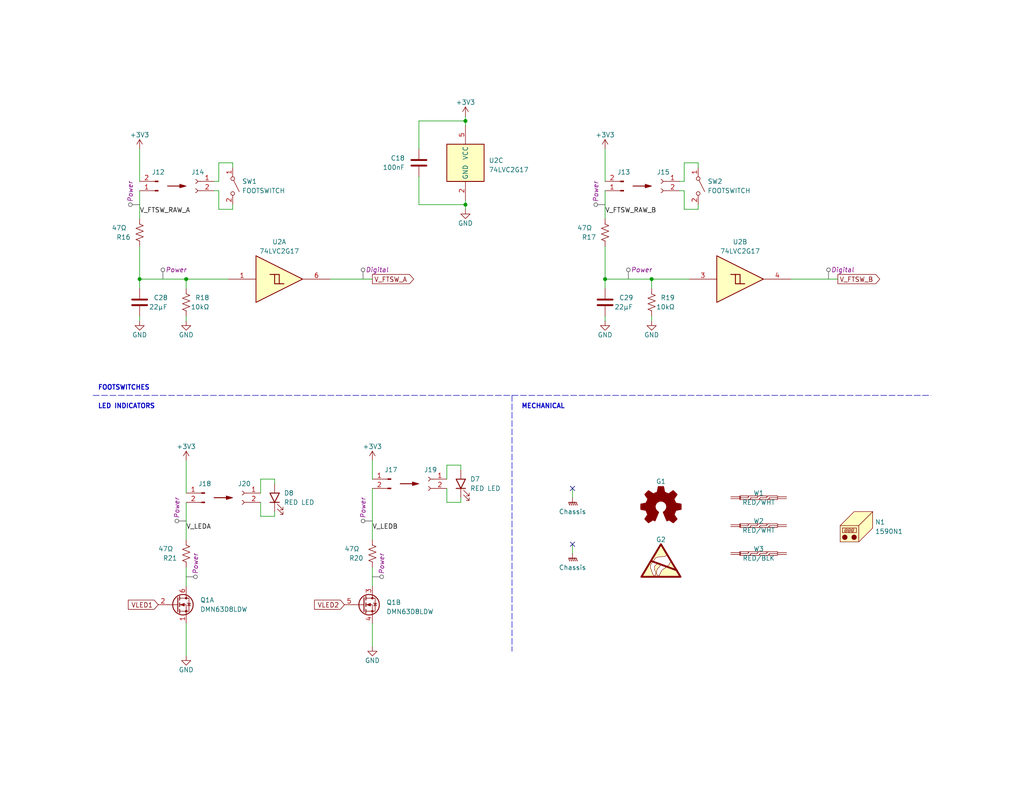
<source format=kicad_sch>
(kicad_sch (version 20230121) (generator eeschema)
  (paper "USLetter")
  (title_block (title "Baseboard") (date "2023-04-28") (rev "A") (company "Alessandro Rizzoni") (comment 1 "SCHEMATIC") (comment 2 "DRAFT") (comment 3 "AIR") (comment 5 "1: ALL COMPONENTS 25V RATING OR GREATER") (comment 6 "2: ALL RESISTORS LOW NOISE THIN FILM, 1% TOLERANCE OR SMALLER, 1/10W RATING OR GREATER") (comment 7 "3: ALL CAPACITORS MLCC, X5R OR X7R DIELECTRIC, 10% TOLERANCE OR SMALLER") (comment 8 "4: DO NOT POPULATE NOTE --TODO--") (comment 9 "5: PCB LAYOUT ACCORDING TO DATASHEET FOR ALL COMPONENTS"))
  (lib_symbols
    (symbol "74xGxx:74LVC2G17"
      (property "Reference" "U" (at -1.27 7.62 0))
      (property "Value" "74LVC2G17" (at 2.54 -7.62 0))
      (symbol "74LVC2G17_1_1"
        (polyline (pts (xy -2.54 1.27) (xy -1.27 1.27) (xy -1.27 -1.27)) (stroke (width 0.254)) (fill (type background)))
        (polyline (pts (xy -7.62 6.35) (xy -7.62 -6.35) (xy 5.08 0) (xy -7.62 6.35)) (stroke (width 0.254)) (fill (type background)))
        (polyline (pts (xy -3.81 1.27) (xy -2.54 1.27) (xy -2.54 -1.27) (xy 0 -1.27)) (stroke (width 0.254)) (fill (type background)))
        (pin input line (at -15.24 0 0) (length 7.62) (name "~") (number "1"))
        (pin output line (at 12.7 0 180) (length 7.62) (name "~") (number "6"))
      )
      (symbol "74LVC2G17_2_1"
        (polyline (pts (xy -2.54 1.27) (xy -1.27 1.27) (xy -1.27 -1.27)) (stroke (width 0.254)) (fill (type background)))
        (polyline (pts (xy -7.62 6.35) (xy -7.62 -6.35) (xy 5.08 0) (xy -7.62 6.35)) (stroke (width 0.254)) (fill (type background)))
        (polyline (pts (xy -3.81 1.27) (xy -2.54 1.27) (xy -2.54 -1.27) (xy 0 -1.27)) (stroke (width 0.254)) (fill (type background)))
        (pin input line (at -15.24 0 0) (length 7.62) (name "~") (number "3"))
        (pin output line (at 12.7 0 180) (length 7.62) (name "~") (number "4"))
      )
      (symbol "74LVC2G17_3_0"
        (rectangle (start -5.08 -5.08) (end 5.08 5.08) (stroke (width 0.254)) (fill (type background)))
      )
      (symbol "74LVC2G17_3_1"
        (pin power_in line (at 0 -10.16 90) (length 5.08) (name "GND") (number "2"))
        (pin power_in line (at 0 10.16 270) (length 5.08) (name "VCC") (number "5"))
      )
    )
    (symbol "Connector:Conn_01x02_Female" (pin_names (offset 1.016) hide)
      (property "Reference" "J" (at 0 2.54 0))
      (property "Value" "Conn_01x02_Female" (at 0 -5.08 0))
      (symbol "Conn_01x02_Female_1_1"
        (arc (start 0 -2.032) (mid -0.5058 -2.54) (end 0 -3.048) (stroke (width 0.1524)))
        (polyline (pts (xy -1.27 -2.54) (xy -0.508 -2.54)) (stroke (width 0.1524)))
        (polyline (pts (xy -1.27 0) (xy -0.508 0)) (stroke (width 0.1524)))
        (arc (start 0 0.508) (mid -0.5058 0) (end 0 -0.508) (stroke (width 0.1524)))
        (pin passive line (at -5.08 0 0) (length 3.81) (name "Pin_1") (number "1"))
        (pin passive line (at -5.08 -2.54 0) (length 3.81) (name "Pin_2") (number "2"))
      )
    )
    (symbol "Connector:Conn_01x02_Male" (pin_names (offset 1.016) hide)
      (property "Reference" "J" (at 0 2.54 0))
      (property "Value" "Conn_01x02_Male" (at 0 -5.08 0))
      (symbol "Conn_01x02_Male_1_1"
        (polyline (pts (xy 1.27 -2.54) (xy 0.8636 -2.54)) (stroke (width 0.1524)))
        (polyline (pts (xy 1.27 0) (xy 0.8636 0)) (stroke (width 0.1524)))
        (rectangle (start 0.8636 -2.413) (end 0 -2.667) (stroke (width 0.1524)) (fill (type outline)))
        (rectangle (start 0.8636 0.127) (end 0 -0.127) (stroke (width 0.1524)) (fill (type outline)))
        (pin passive line (at 5.08 0 180) (length 3.81) (name "Pin_1") (number "1"))
        (pin passive line (at 5.08 -2.54 180) (length 3.81) (name "Pin_2") (number "2"))
      )
    )
    (symbol "Device:C" (pin_numbers hide) (pin_names (offset 0.254))
      (property "Reference" "C" (at 0.635 2.54 0))
      (property "Value" "C" (at 0.635 -2.54 0))
      (symbol "C_0_1"
        (polyline (pts (xy -2.032 -0.762) (xy 2.032 -0.762)) (stroke (width 0.508)))
        (polyline (pts (xy -2.032 0.762) (xy 2.032 0.762)) (stroke (width 0.508)))
      )
      (symbol "C_1_1"
        (pin passive line (at 0 3.81 270) (length 2.794) (name "~") (number "1"))
        (pin passive line (at 0 -3.81 90) (length 2.794) (name "~") (number "2"))
      )
    )
    (symbol "Device:Q_Dual_NMOS_S1G1D2S2G2D1" (pin_names (offset 0) hide)
      (property "Reference" "Q" (at 6.35 1.27 0))
      (property "Value" "Q_Dual_NMOS_S1G1D2S2G2D1" (at 19.05 -1.27 0))
      (symbol "Q_Dual_NMOS_S1G1D2S2G2D1_0_1"
        (polyline (pts (xy 0.254 0) (xy -2.54 0)))
        (polyline (pts (xy 0.254 1.905) (xy 0.254 -1.905)) (stroke (width 0.254)))
        (polyline (pts (xy 0.762 -1.27) (xy 0.762 -2.286)) (stroke (width 0.254)))
        (polyline (pts (xy 0.762 0.508) (xy 0.762 -0.508)) (stroke (width 0.254)))
        (polyline (pts (xy 0.762 2.286) (xy 0.762 1.27)) (stroke (width 0.254)))
        (polyline (pts (xy 2.54 2.54) (xy 2.54 1.778)))
        (polyline (pts (xy 2.54 -2.54) (xy 2.54 0) (xy 0.762 0)))
        (polyline (pts (xy 0.762 -1.778) (xy 3.302 -1.778) (xy 3.302 1.778) (xy 0.762 1.778)))
        (polyline (pts (xy 1.016 0) (xy 2.032 0.381) (xy 2.032 -0.381) (xy 1.016 0)) (fill (type outline)))
        (polyline (pts (xy 2.794 0.508) (xy 2.921 0.381) (xy 3.683 0.381) (xy 3.81 0.254)))
        (polyline (pts (xy 3.302 0.381) (xy 2.921 -0.254) (xy 3.683 -0.254) (xy 3.302 0.381)))
        (circle (center 1.651 0) (radius 2.794) (stroke (width 0.254)))
        (circle (center 2.54 -1.778) (radius 0.254) (fill (type outline)))
        (circle (center 2.54 1.778) (radius 0.254) (fill (type outline)))
      )
      (symbol "Q_Dual_NMOS_S1G1D2S2G2D1_1_1"
        (pin passive line (at 2.54 -5.08 90) (length 2.54) (name "S") (number "1"))
        (pin input line (at -5.08 0 0) (length 2.54) (name "G") (number "2"))
        (pin passive line (at 2.54 5.08 270) (length 2.54) (name "D") (number "6"))
      )
      (symbol "Q_Dual_NMOS_S1G1D2S2G2D1_2_1"
        (pin passive line (at 2.54 5.08 270) (length 2.54) (name "D") (number "3"))
        (pin passive line (at 2.54 -5.08 90) (length 2.54) (name "S") (number "4"))
        (pin input line (at -5.08 0 0) (length 2.54) (name "G") (number "5"))
      )
    )
    (symbol "Device:R_US" (pin_numbers hide) (pin_names (offset 0))
      (property "Reference" "R" (at 2.54 0 90))
      (property "Value" "R_US" (at -2.54 0 90))
      (symbol "R_US_0_1"
        (polyline (pts (xy 0 -2.286) (xy 0 -2.54)))
        (polyline (pts (xy 0 2.286) (xy 0 2.54)))
        (polyline (pts (xy 0 -0.762) (xy 1.016 -1.143) (xy 0 -1.524) (xy -1.016 -1.905) (xy 0 -2.286)))
        (polyline (pts (xy 0 0.762) (xy 1.016 0.381) (xy 0 0) (xy -1.016 -0.381) (xy 0 -0.762)))
        (polyline (pts (xy 0 2.286) (xy 1.016 1.905) (xy 0 1.524) (xy -1.016 1.143) (xy 0 0.762)))
      )
      (symbol "R_US_1_1"
        (pin passive line (at 0 3.81 270) (length 1.27) (name "~") (number "1"))
        (pin passive line (at 0 -3.81 90) (length 1.27) (name "~") (number "2"))
      )
    )
    (symbol "Graphic:Logo_Open_Hardware_Small" (in_bom no) (on_board no)
      (symbol "Logo_Open_Hardware_Small_0_1"
        (polyline (pts (xy 3.3528 -4.3434) (xy 3.302 -4.318) (xy 3.175 -4.2418) (xy 2.9972 -4.1148) (xy 2.7686 -3.9624) (xy 2.54 -3.81) (xy 2.3622 -3.7084) (xy 2.2352 -3.6068) (xy 2.1844 -3.5814) (xy 2.159 -3.6068) (xy 2.0574 -3.6576) (xy 1.905 -3.7338) (xy 1.8034 -3.7846) (xy 1.6764 -3.8354) (xy 1.6002 -3.8354) (xy 1.6002 -3.8354) (xy 1.5494 -3.7338) (xy 1.4732 -3.5306) (xy 1.3462 -3.302) (xy 1.2446 -3.0226) (xy 1.1176 -2.7178) (xy 0.9652 -2.413) (xy 0.8636 -2.1082) (xy 0.7366 -1.8288) (xy 0.6604 -1.6256) (xy 0.6096 -1.4732) (xy 0.5842 -1.397) (xy 0.5842 -1.397) (xy 0.6604 -1.3208) (xy 0.7874 -1.2446) (xy 1.0414 -1.016) (xy 1.2954 -0.6858) (xy 1.4478 -0.3302) (xy 1.524 0.0762) (xy 1.4732 0.4572) (xy 1.3208 0.8128) (xy 1.0668 1.143) (xy 0.762 1.3716) (xy 0.4064 1.524) (xy 0 1.5748) (xy -0.381 1.5494) (xy -0.7366 1.397) (xy -1.0668 1.143) (xy -1.2192 0.9906) (xy -1.397 0.6604) (xy -1.524 0.3048) (xy -1.524 0.2286) (xy -1.4986 -0.1778) (xy -1.397 -0.5334) (xy -1.1938 -0.8636) (xy -0.9144 -1.143) (xy -0.8636 -1.1684) (xy -0.7366 -1.27) (xy -0.635 -1.3462) (xy -0.5842 -1.397) (xy -1.0668 -2.5908) (xy -1.143 -2.794) (xy -1.2954 -3.1242) (xy -1.397 -3.4036) (xy -1.4986 -3.6322) (xy -1.5748 -3.7846) (xy -1.6002 -3.8354) (xy -1.6002 -3.8354) (xy -1.651 -3.8354) (xy -1.7272 -3.81) (xy -1.905 -3.7338) (xy -2.0066 -3.683) (xy -2.1336 -3.6068) (xy -2.2098 -3.5814) (xy -2.2606 -3.6068) (xy -2.3622 -3.683) (xy -2.54 -3.81) (xy -2.7686 -3.9624) (xy -2.9718 -4.0894) (xy -3.1496 -4.2164) (xy -3.302 -4.318) (xy -3.3528 -4.3434) (xy -3.3782 -4.3434) (xy -3.429 -4.318) (xy -3.5306 -4.2164) (xy -3.7084 -4.064) (xy -3.937 -3.8354) (xy -3.9624 -3.81) (xy -4.1656 -3.6068) (xy -4.318 -3.4544) (xy -4.4196 -3.3274) (xy -4.445 -3.2766) (xy -4.445 -3.2766) (xy -4.4196 -3.2258) (xy -4.318 -3.0734) (xy -4.2164 -2.8956) (xy -4.064 -2.667) (xy -3.6576 -2.0828) (xy -3.8862 -1.5494) (xy -3.937 -1.3716) (xy -4.0386 -1.1684) (xy -4.0894 -1.0414) (xy -4.1148 -0.9652) (xy -4.191 -0.9398) (xy -4.318 -0.9144) (xy -4.5466 -0.8636) (xy -4.8006 -0.8128) (xy -5.0546 -0.7874) (xy -5.2578 -0.7366) (xy -5.4356 -0.7112) (xy -5.5118 -0.6858) (xy -5.5118 -0.6858) (xy -5.5372 -0.635) (xy -5.5372 -0.5588) (xy -5.5372 -0.4318) (xy -5.5626 -0.2286) (xy -5.5626 0.0762) (xy -5.5626 0.127) (xy -5.5372 0.4064) (xy -5.5372 0.635) (xy -5.5372 0.762) (xy -5.5372 0.8382) (xy -5.5372 0.8382) (xy -5.461 0.8382) (xy -5.3086 0.889) (xy -5.08 0.9144) (xy -4.826 0.9652) (xy -4.8006 0.9906) (xy -4.5466 1.0414) (xy -4.318 1.0668) (xy -4.1656 1.1176) (xy -4.0894 1.143) (xy -4.0894 1.143) (xy -4.0386 1.2446) (xy -3.9624 1.4224) (xy -3.8608 1.6256) (xy -3.7846 1.8288) (xy -3.7084 2.0066) (xy -3.6576 2.159) (xy -3.6322 2.2098) (xy -3.6322 2.2098) (xy -3.683 2.286) (xy -3.7592 2.413) (xy -3.8862 2.5908) (xy -4.064 2.8194) (xy -4.064 2.8448) (xy -4.2164 3.0734) (xy -4.3434 3.2512) (xy -4.4196 3.3782) (xy -4.445 3.4544) (xy -4.445 3.4544) (xy -4.3942 3.5052) (xy -4.2926 3.6322) (xy -4.1148 3.81) (xy -3.937 4.0132) (xy -3.8608 4.064) (xy -3.6576 4.2926) (xy -3.5052 4.4196) (xy -3.4036 4.4958) (xy -3.3528 4.5212) (xy -3.3528 4.5212) (xy -3.302 4.4704) (xy -3.1496 4.3688) (xy -2.9718 4.2418) (xy -2.7432 4.0894) (xy -2.7178 4.0894) (xy -2.4892 3.937) (xy -2.3114 3.81) (xy -2.1844 3.7084) (xy -2.1336 3.683) (xy -2.1082 3.683) (xy -2.032 3.7084) (xy -1.8542 3.7592) (xy -1.6764 3.8354) (xy -1.4732 3.937) (xy -1.27 4.0132) (xy -1.143 4.064) (xy -1.0668 4.1148) (xy -1.0668 4.1148) (xy -1.0414 4.191) (xy -1.016 4.3434) (xy -0.9652 4.572) (xy -0.9144 4.8514) (xy -0.889 4.9022) (xy -0.8382 5.1562) (xy -0.8128 5.3848) (xy -0.7874 5.5372) (xy -0.762 5.588) (xy -0.7112 5.6134) (xy -0.5842 5.6134) (xy -0.4064 5.6134) (xy -0.1524 5.6134) (xy 0.0762 5.6134) (xy 0.3302 5.6134) (xy 0.5334 5.6134) (xy 0.6858 5.588) (xy 0.7366 5.588) (xy 0.7366 5.588) (xy 0.762 5.5118) (xy 0.8128 5.334) (xy 0.8382 5.1054) (xy 0.9144 4.826) (xy 0.9144 4.7752) (xy 0.9652 4.5212) (xy 1.016 4.2926) (xy 1.0414 4.1402) (xy 1.0668 4.0894) (xy 1.0668 4.0894) (xy 1.1938 4.0386) (xy 1.3716 3.9624) (xy 1.5748 3.8608) (xy 2.0828 3.6576) (xy 2.7178 4.0894) (xy 2.7686 4.1402) (xy 2.9972 4.2926) (xy 3.175 4.4196) (xy 3.302 4.4958) (xy 3.3782 4.5212) (xy 3.3782 4.5212) (xy 3.429 4.4704) (xy 3.556 4.3434) (xy 3.7338 4.191) (xy 3.9116 3.9878) (xy 4.064 3.8354) (xy 4.2418 3.6576) (xy 4.3434 3.556) (xy 4.4196 3.4798) (xy 4.4196 3.429) (xy 4.4196 3.4036) (xy 4.3942 3.3274) (xy 4.2926 3.2004) (xy 4.1656 2.9972) (xy 4.0132 2.794) (xy 3.8862 2.5908) (xy 3.7592 2.3876) (xy 3.6576 2.2352) (xy 3.6322 2.159) (xy 3.6322 2.1336) (xy 3.683 2.0066) (xy 3.7592 1.8288) (xy 3.8608 1.6002) (xy 4.064 1.1176) (xy 4.3942 1.0414) (xy 4.5974 1.016) (xy 4.8768 0.9652) (xy 5.1308 0.9144) (xy 5.5372 0.8382) (xy 5.5626 -0.6604) (xy 5.4864 -0.6858) (xy 5.4356 -0.6858) (xy 5.2832 -0.7366) (xy 5.0546 -0.762) (xy 4.8006 -0.8128) (xy 4.5974 -0.8636) (xy 4.3688 -0.9144) (xy 4.2164 -0.9398) (xy 4.1402 -0.9398) (xy 4.1148 -0.9652) (xy 4.064 -1.0668) (xy 3.9878 -1.2446) (xy 3.9116 -1.4478) (xy 3.81 -1.651) (xy 3.7338 -1.8542) (xy 3.683 -2.0066) (xy 3.6576 -2.0828) (xy 3.683 -2.1336) (xy 3.7846 -2.2606) (xy 3.8862 -2.4638) (xy 4.0386 -2.667) (xy 4.191 -2.8956) (xy 4.318 -3.0734) (xy 4.3942 -3.2004) (xy 4.445 -3.2766) (xy 4.4196 -3.3274) (xy 4.3434 -3.429) (xy 4.1656 -3.5814) (xy 3.937 -3.8354) (xy 3.8862 -3.8608) (xy 3.683 -4.064) (xy 3.5306 -4.2164) (xy 3.4036 -4.318) (xy 3.3528 -4.3434)) (fill (type outline)))
      )
    )
    (symbol "Graphic:SYM_Arrow_Normal" (pin_names (offset 1.016))
      (symbol "SYM_Arrow_Normal_0_1"
        (polyline (pts (xy 1.524 0) (xy -2.54 0)) (stroke (width 0.254)))
        (polyline (pts (xy 2.54 0) (xy 0.762 -0.508) (xy 0.762 0.508) (xy 2.54 0)) (fill (type outline)))
      )
    )
    (symbol "Graphic:SYM_ESD_Large" (in_bom no) (on_board no)
      (symbol "SYM_ESD_Large_0_0"
        (polyline (pts (xy -2.667 -0.762) (xy 4.318 -3.302)) (stroke (width 0.508)))
        (polyline (pts (xy 0.4826 -5.1308) (xy 5.3848 -5.1308) (xy 5.3848 -5.1054) (xy 5.334 -5.0546) (xy 5.2832 -4.953) (xy 5.207 -4.826) (xy 5.0038 -4.4704) (xy 4.8768 -4.2672) (xy 4.7498 -4.0386) (xy 4.1402 -3.0226) (xy 3.9878 -2.7432) (xy 3.5306 -1.9812) (xy 3.4036 -1.7526) (xy 3.2766 -1.5494) (xy 3.1496 -1.3716) (xy 3.0734 -1.1938) (xy 2.9972 -1.0668) (xy 2.921 -0.9652) (xy 2.8956 -0.889) (xy 2.8448 -0.8382) (xy 2.8194 -0.8636) (xy 2.7686 -0.889) (xy 2.5908 -1.0668) (xy 2.4892 -1.2192) (xy 2.4638 -1.3462) (xy 2.413 -1.4224) (xy 2.3622 -1.5748) (xy 2.286 -1.7018) (xy 1.9812 -2.0066) (xy 1.8542 -2.1082) (xy 1.7018 -2.2352) (xy 1.5494 -2.3368) (xy 1.397 -2.4638) (xy 1.2192 -2.5908) (xy 1.0668 -2.7178) (xy 0.9144 -2.8194) (xy 0.8128 -2.8956) (xy 0.7112 -2.9464) (xy 0.6096 -3.0226) (xy 0.3556 -3.2258) (xy 0.254 -3.3528) (xy 0.1524 -3.5052) (xy 0.0508 -3.683) (xy -0.0762 -3.8862) (xy -0.2286 -4.2672) (xy -0.381 -4.572) (xy -0.5334 -4.7244) (xy -0.6096 -4.7752) (xy -0.635 -4.8006) (xy -0.8382 -4.8006) (xy -0.9144 -4.7752) (xy -1.016 -4.6736) (xy -1.0668 -4.5212) (xy -1.1176 -4.3434) (xy -1.143 -4.1148) (xy -1.143 -3.4544) (xy -1.0922 -3.2512) (xy -1.0414 -3.0734) (xy -0.9398 -2.921) (xy -0.8382 -2.794) (xy -0.381 -2.3368) (xy -0.3048 -2.2352) (xy -0.2032 -1.9812) (xy -0.1778 -1.9304) (xy -0.1524 -1.8288) (xy -0.127 -1.7526) (xy -0.127 -1.7272) (xy -0.2032 -1.651) (xy -0.254 -1.5748) (xy -0.3556 -1.524) (xy -0.4318 -1.4478) (xy -0.508 -1.397) (xy -0.5588 -1.3462) (xy -0.6096 -1.3462) (xy -0.6604 -1.3716) (xy -0.7366 -1.4224) (xy -0.8382 -1.4732) (xy -0.9652 -1.5494) (xy -1.0668 -1.6002) (xy -1.1684 -1.6764) (xy -1.3208 -1.778) (xy -1.6002 -2.0574) (xy -1.778 -2.2606) (xy -1.7272 -2.3876) (xy -1.7018 -2.4384) (xy -1.7018 -2.5146) (xy -1.6764 -2.5908) (xy -1.6764 -2.8702) (xy -1.7018 -2.9972) (xy -1.7272 -3.0734) (xy -1.7272 -3.0988) (xy -1.7526 -3.1496) (xy -1.7018 -3.2512) (xy -1.651 -3.3274) (xy -1.651 -3.3528) (xy -1.524 -3.6068) (xy -1.4478 -3.8608) (xy -1.4224 -4.1402) (xy -1.4224 -4.3434) (xy -1.4478 -4.4196) (xy -1.4732 -4.4704) (xy -1.4986 -4.5466) (xy -1.5748 -4.6736) (xy -1.6764 -4.7498) (xy -1.778 -4.8006) (xy -1.8796 -4.8006) (xy -1.9558 -4.7752) (xy -2.0066 -4.7244) (xy -2.0574 -4.6228) (xy -2.1336 -4.4958) (xy -2.2098 -4.318) (xy -2.3114 -4.0894) (xy -2.413 -3.8354) (xy -2.5146 -3.5306) (xy -2.5146 -3.5052) (xy -2.5654 -3.3528) (xy -2.6416 -3.2004) (xy -2.7432 -2.9464) (xy -2.7686 -2.921) (xy -2.8448 -2.6924) (xy -2.8956 -2.4638) (xy -2.8956 -2.2606) (xy -2.8448 -2.032) (xy -2.7686 -1.8034) (xy -2.7178 -1.7018) (xy -2.6162 -1.5494) (xy -2.5146 -1.3716) (xy -2.3622 -1.1938) (xy -2.2098 -0.9906) (xy -2.1082 -0.889) (xy -1.9558 -0.635) (xy -1.8796 -0.5334) (xy -1.8542 -0.508) (xy -1.7272 -0.2794) (xy -1.6002 -0.1016) (xy -1.4478 0.0508) (xy -1.3208 0.1524) (xy -1.1684 0.2032) (xy -1.1176 0.2286) (xy -0.9906 0.254) (xy -0.8128 0.3048) (xy -0.5842 0.3302) (xy -0.3302 0.3556) (xy -0.0254 0.381) (xy 0.0254 0.381) (xy 0.2794 0.4064) (xy 0.508 0.4318) (xy 0.6858 0.4318) (xy 0.8382 0.4572) (xy 0.9652 0.4826) (xy 1.0668 0.508) (xy 1.1684 0.5588) (xy 1.2446 0.5842) (xy 1.3208 0.635) (xy 1.524 0.7874) (xy 1.7272 0.9906) (xy 1.7272 1.0414) (xy 1.7018 1.0922) (xy 1.651 1.1684) (xy 1.6002 1.27) (xy 1.4986 1.4224) (xy 1.4224 1.6002) (xy 1.1684 2.0066) (xy 1.0414 2.2352) (xy 0.6604 2.8702) (xy 0.508 3.0988) (xy 0.4064 3.302) (xy 0.3048 3.4544) (xy 0.2286 3.5814) (xy 0.1524 3.683) (xy 0.1016 3.7592) (xy 0.0508 3.8608) (xy 0.0254 3.8862) (xy -0.0508 3.8862) (xy -0.0508 3.8608) (xy -0.127 3.7846) (xy -0.1524 3.7338) (xy -0.2032 3.6576) (xy -0.254 3.556) (xy -0.4064 3.302) (xy -0.508 3.1496) (xy -0.6096 2.9718) (xy -0.7366 2.7686) (xy -1.0414 2.2606) (xy -1.2192 1.9558) (xy -1.4224 1.6256) (xy -1.8796 0.8636) (xy -2.1336 0.4064) (xy -2.4384 -0.0762) (xy -2.7432 -0.6096) (xy -2.921 -0.889) (xy -3.429 -1.7526) (xy -3.6576 -2.159) (xy -3.8862 -2.54) (xy -4.1148 -2.8956) (xy -4.318 -3.2512) (xy -4.5212 -3.5814) (xy -4.6736 -3.8862) (xy -4.8514 -4.1402) (xy -4.9784 -4.3942) (xy -5.1054 -4.5974) (xy -5.2324 -4.7752) (xy -5.3594 -5.0292) (xy -5.4102 -5.1054) (xy -5.4102 -5.1308) (xy -0.7112 -5.1308) (xy -0.0254 -5.1562) (xy 0.4826 -5.1308)) (stroke (width 0.127)) (fill (type background)))
      )
      (symbol "SYM_ESD_Large_0_1"
        (polyline (pts (xy -5.334 -5.08) (xy 5.334 -5.08) (xy 0 3.81) (xy -5.334 -5.08)) (stroke (width 0.508)))
      )
    )
    (symbol "Library:Chassis" (pin_names (offset 0))
      (property "Value" "Chassis" (at 0 -3.302 0))
      (symbol "Chassis_0_1"
        (polyline (pts (xy 0 -1.27) (xy 0 0)))
        (polyline (pts (xy -1.016 -1.27) (xy -1.27 -2.032) (xy -1.27 -2.032)) (stroke (width 0.2032)))
        (polyline (pts (xy -0.508 -1.27) (xy -0.762 -2.032) (xy -0.762 -2.032)) (stroke (width 0.2032)))
        (polyline (pts (xy 0 -1.27) (xy -0.254 -2.032) (xy -0.254 -2.032)) (stroke (width 0.2032)))
        (polyline (pts (xy 0.508 -1.27) (xy 0.254 -2.032) (xy 0.254 -2.032)) (stroke (width 0.2032)))
        (polyline (pts (xy 1.016 -1.27) (xy -1.016 -1.27) (xy -1.016 -1.27)) (stroke (width 0.2032)))
        (polyline (pts (xy 1.016 -1.27) (xy 0.762 -2.032) (xy 0.762 -2.032) (xy 0.762 -2.032)) (stroke (width 0.2032)))
      )
      (symbol "Chassis_1_1"
        (pin power_in line (at 0 0 270) (length 0) hide (name "PWR") (number "1"))
      )
    )
    (symbol "Library:Ground" (power) (pin_names (offset 0))
      (property "Value" "Ground" (at 0 -3.81 0))
      (symbol "Ground_0_1"
        (polyline (pts (xy 0 0) (xy 0 -1.27) (xy 1.27 -1.27) (xy 0 -2.54) (xy -1.27 -1.27) (xy 0 -1.27)))
      )
      (symbol "Ground_1_1"
        (pin power_in line (at 0 0 270) (length 0) hide (name "GND") (number "1"))
      )
    )
    (symbol "Library:LED" (pin_numbers hide) (pin_names (offset 1.016) hide)
      (property "Reference" "D6" (at 2.54 1.27 90))
      (property "Value" "RED LED" (at 2.54 -1.27 90))
      (symbol "LED_0_1"
        (polyline (pts (xy -1.27 -1.27) (xy -1.27 1.27)) (stroke (width 0.254)))
        (polyline (pts (xy 1.27 -1.27) (xy 1.27 1.27) (xy -1.27 0) (xy 1.27 -1.27)) (stroke (width 0.254)))
        (polyline (pts (xy -3.048 -0.762) (xy -4.572 -2.286) (xy -3.81 -2.286) (xy -4.572 -2.286) (xy -4.572 -1.524)))
        (polyline (pts (xy -1.778 -0.762) (xy -3.302 -2.286) (xy -2.54 -2.286) (xy -3.302 -2.286) (xy -3.302 -1.524)))
      )
      (symbol "LED_1_1"
        (pin passive line (at -3.81 0 0) (length 2.54) (name "K") (number "1"))
        (pin passive line (at 3.81 0 180) (length 2.54) (name "A") (number "2"))
      )
    )
    (symbol "Library:Twisted_Pair" (on_board no)
      (property "Reference" "W" (at 0 -1.27 0))
      (symbol "Twisted_Pair_0_1"
        (arc (start -5.08 -0.508) (mid -4.9748 -0.254) (end -5.08 0))
        (arc (start -5.08 0) (mid -5.1852 -0.254) (end -5.08 -0.508))
        (arc (start -5.08 0) (mid -4.9748 0.254) (end -5.08 0.508))
        (arc (start -5.08 0.508) (mid -5.1852 0.254) (end -5.08 0))
        (arc (start -3.0452 -0.0028) (mid -2.8664 0.0724) (end -2.7912 0.2512))
        (arc (start -2.794 0.254) (mid -2.8684 0.4336) (end -3.048 0.508))
        (arc (start -2.5427 0.5107) (mid -2.7215 0.4355) (end -2.7967 0.2567))
        (arc (start -2.54 -0.508) (mid -2.3607 -0.4333) (end -2.286 -0.254))
        (arc (start -2.286 -0.254) (mid -2.2116 -0.4336) (end -2.032 -0.508))
        (arc (start -2.0354 0.0034) (mid -2.214 -0.072) (end -2.2894 -0.2506))
        (arc (start -0.5052 -0.0028) (mid -0.3264 0.0724) (end -0.2512 0.2512))
        (arc (start -0.254 0.254) (mid -0.3284 0.4336) (end -0.508 0.508))
        (arc (start -0.0027 0.5107) (mid -0.1815 0.4355) (end -0.2567 0.2567))
        (arc (start 0 -0.508) (mid 0.1793 -0.4333) (end 0.254 -0.254))
        (polyline (pts (xy -5.08 -0.508) (xy -2.54 -0.508)))
        (polyline (pts (xy -5.08 -0.254) (xy -7.62 -0.254)))
        (polyline (pts (xy -5.08 0) (xy -3.048 0)))
        (polyline (pts (xy -5.08 0.254) (xy -7.62 0.254)))
        (polyline (pts (xy -3.048 0.508) (xy -5.08 0.508)))
        (polyline (pts (xy -2.032 -0.508) (xy 0 -0.508)))
        (polyline (pts (xy -2.032 0) (xy -0.508 0)))
        (polyline (pts (xy -0.508 0.508) (xy -2.54 0.508)))
        (polyline (pts (xy 0 0.508) (xy 2.032 0.508)))
        (polyline (pts (xy 0.508 -0.508) (xy 2.54 -0.508)))
        (polyline (pts (xy 2.032 0) (xy 0.508 0)))
        (polyline (pts (xy 2.54 0.508) (xy 5.08 0.508)))
        (polyline (pts (xy 3.048 0) (xy 5.08 0)))
        (polyline (pts (xy 5.08 -0.508) (xy 3.048 -0.508)))
        (polyline (pts (xy 5.207 -0.254) (xy 7.62 -0.254)))
        (polyline (pts (xy 5.207 0.254) (xy 7.62 0.254)))
        (arc (start 0.254 -0.254) (mid 0.3284 -0.4336) (end 0.508 -0.508))
        (arc (start 0.5046 0.0034) (mid 0.326 -0.072) (end 0.2506 -0.2506))
        (arc (start 2.0348 -0.0028) (mid 2.2136 0.0724) (end 2.2888 0.2512))
        (arc (start 2.286 0.254) (mid 2.2116 0.4336) (end 2.032 0.508))
        (arc (start 2.5373 0.5107) (mid 2.3585 0.4355) (end 2.2833 0.2567))
        (arc (start 2.54 -0.508) (mid 2.7193 -0.4333) (end 2.794 -0.254))
        (arc (start 2.794 -0.254) (mid 2.8684 -0.4336) (end 3.048 -0.508))
        (arc (start 3.0446 0.0034) (mid 2.866 -0.072) (end 2.7906 -0.2506))
        (arc (start 5.08 -0.508) (mid 5.1852 -0.254) (end 5.08 0))
        (arc (start 5.08 0) (mid 5.1852 0.254) (end 5.08 0.508))
      )
    )
    (symbol "Mechanical:Housing" (pin_names (offset 1.016))
      (property "Reference" "N" (at 3.81 0 0))
      (property "Value" "Housing" (at 3.81 -1.905 0))
      (symbol "Housing_0_1"
        (rectangle (start -5.08 -0.635) (end -1.27 -1.905))
        (circle (center -4.445 -3.175) (radius 0.635) (fill (type outline)))
        (circle (center -1.905 -3.175) (radius 0.635) (fill (type outline)))
        (polyline (pts (xy -4.5212 -1.5748) (xy -4.4704 -1.3716)))
        (polyline (pts (xy -4.4196 -1.6764) (xy -4.064 -1.6764)))
        (polyline (pts (xy -4.4196 -1.2192) (xy -4.3688 -0.9652)))
        (polyline (pts (xy -4.318 -1.3208) (xy -4.0132 -1.3208)))
        (polyline (pts (xy -4.2164 -0.9144) (xy -3.9116 -0.9144)))
        (polyline (pts (xy -3.9116 -1.6256) (xy -3.8608 -1.3716)))
        (polyline (pts (xy -3.81 -1.2192) (xy -3.7592 -0.9652)))
        (polyline (pts (xy -3.6068 -1.5748) (xy -3.556 -1.3716)))
        (polyline (pts (xy -3.5052 -1.6764) (xy -3.1496 -1.6764)))
        (polyline (pts (xy -3.5052 -1.2192) (xy -3.4544 -0.9652)))
        (polyline (pts (xy -3.4036 -1.3208) (xy -3.0988 -1.3208)))
        (polyline (pts (xy -3.302 -0.9144) (xy -2.9972 -0.9144)))
        (polyline (pts (xy -2.9972 -1.6256) (xy -2.9464 -1.3716)))
        (polyline (pts (xy -2.8956 -1.2192) (xy -2.8448 -0.9652)))
        (polyline (pts (xy -2.6924 -1.5748) (xy -2.6416 -1.3716)))
        (polyline (pts (xy -2.5908 -1.6764) (xy -2.2352 -1.6764)))
        (polyline (pts (xy -2.5908 -1.2192) (xy -2.54 -0.9652)))
        (polyline (pts (xy -2.4892 -1.3208) (xy -2.1844 -1.3208)))
        (polyline (pts (xy -2.3876 -0.9144) (xy -2.0828 -0.9144)))
        (polyline (pts (xy -2.0828 -1.6256) (xy -2.032 -1.3716)))
        (polyline (pts (xy -1.9812 -1.2192) (xy -1.9304 -0.9652)))
        (polyline (pts (xy -0.635 0) (xy -0.635 -4.445)))
        (polyline (pts (xy -5.715 0) (xy -0.635 0) (xy 3.175 3.81)))
        (polyline (pts (xy -5.715 0) (xy -5.715 -4.445) (xy -0.635 -4.445) (xy 3.175 -0.635) (xy 3.175 3.81) (xy -1.905 3.81) (xy -5.715 0)) (fill (type background)))
      )
    )
    (symbol "Switch:SW_SPST" (pin_names (offset 0) hide)
      (property "Reference" "SW" (at 0 3.175 0))
      (property "Value" "SW_SPST" (at 0 -2.54 0))
      (symbol "SW_SPST_0_0"
        (circle (center -2.032 0) (radius 0.508))
        (polyline (pts (xy -1.524 0.254) (xy 1.524 1.778)))
        (circle (center 2.032 0) (radius 0.508))
      )
      (symbol "SW_SPST_1_1"
        (pin passive line (at -5.08 0 0) (length 2.54) (name "A") (number "1"))
        (pin passive line (at 5.08 0 180) (length 2.54) (name "B") (number "2"))
      )
    )
    (symbol "power:+3V3" (power) (pin_names (offset 0))
      (property "Value" "+3V3" (at 0 3.556 0))
      (symbol "+3V3_0_1"
        (polyline (pts (xy -0.762 1.27) (xy 0 2.54)))
        (polyline (pts (xy 0 0) (xy 0 2.54)))
        (polyline (pts (xy 0 2.54) (xy 0.762 1.27)))
      )
      (symbol "+3V3_1_1"
        (pin power_in line (at 0 0 90) (length 0) hide (name "+3V3") (number "1"))
      )
    )
  )
  (junction (at 127 33.02))
  (junction (at 50.8 76.2))
  (junction (at 38.1 76.2))
  (junction (at 177.8 76.2))
  (junction (at 127 55.88))
  (junction (at 165.1 76.2))
  (no_connect (at 156.21 133.35))
  (no_connect (at 156.21 148.59))
  (wire (pts (xy 38.1 67.31) (xy 38.1 76.2)))
  (wire (pts (xy 127 55.88) (xy 114.3 55.88)))
  (wire (pts (xy 125.73 127) (xy 121.92 127)))
  (wire (pts (xy 74.93 130.81) (xy 71.12 130.81)))
  (wire (pts (xy 127 31.75) (xy 127 33.02)))
  (wire (pts (xy 186.69 44.45) (xy 190.5 44.45)))
  (polyline (pts (xy 25.4 107.95) (xy 254 107.95)) (stroke (width 0) (type dash)))
  (wire (pts (xy 114.3 40.64) (xy 114.3 33.02)))
  (wire (pts (xy 215.9 76.2) (xy 228.6 76.2)))
  (wire (pts (xy 38.1 76.2) (xy 38.1 78.74)))
  (wire (pts (xy 71.12 130.81) (xy 71.12 134.62)))
  (wire (pts (xy 177.8 76.2) (xy 177.8 78.74)))
  (wire (pts (xy 59.69 52.07) (xy 58.42 52.07)))
  (wire (pts (xy 165.1 40.64) (xy 165.1 49.53)))
  (wire (pts (xy 165.1 52.07) (xy 165.1 59.69)))
  (wire (pts (xy 186.69 49.53) (xy 186.69 44.45)))
  (wire (pts (xy 101.6 154.94) (xy 101.6 160.02)))
  (wire (pts (xy 38.1 76.2) (xy 50.8 76.2)))
  (wire (pts (xy 156.21 133.35) (xy 156.21 135.89)))
  (wire (pts (xy 121.92 137.16) (xy 121.92 133.35)))
  (wire (pts (xy 38.1 52.07) (xy 38.1 59.69)))
  (wire (pts (xy 177.8 76.2) (xy 187.96 76.2)))
  (wire (pts (xy 114.3 33.02) (xy 127 33.02)))
  (wire (pts (xy 59.69 57.15) (xy 59.69 52.07)))
  (wire (pts (xy 90.17 76.2) (xy 101.6 76.2)))
  (wire (pts (xy 165.1 76.2) (xy 165.1 78.74)))
  (wire (pts (xy 50.8 76.2) (xy 50.8 78.74)))
  (wire (pts (xy 50.8 125.73) (xy 50.8 134.62)))
  (wire (pts (xy 185.42 49.53) (xy 186.69 49.53)))
  (wire (pts (xy 74.93 140.97) (xy 71.12 140.97)))
  (wire (pts (xy 101.6 133.35) (xy 101.6 147.32)))
  (wire (pts (xy 50.8 137.16) (xy 50.8 147.32)))
  (wire (pts (xy 74.93 139.7) (xy 74.93 140.97)))
  (wire (pts (xy 190.5 55.88) (xy 190.5 57.15)))
  (wire (pts (xy 156.21 148.59) (xy 156.21 151.13)))
  (wire (pts (xy 63.5 44.45) (xy 63.5 45.72)))
  (polyline (pts (xy 139.7 107.95) (xy 139.7 177.8)) (stroke (width 0) (type dash)))
  (wire (pts (xy 186.69 57.15) (xy 186.69 52.07)))
  (wire (pts (xy 50.8 76.2) (xy 62.23 76.2)))
  (wire (pts (xy 125.73 128.27) (xy 125.73 127)))
  (wire (pts (xy 186.69 52.07) (xy 185.42 52.07)))
  (wire (pts (xy 71.12 140.97) (xy 71.12 137.16)))
  (wire (pts (xy 38.1 40.64) (xy 38.1 49.53)))
  (wire (pts (xy 59.69 49.53) (xy 59.69 44.45)))
  (wire (pts (xy 177.8 86.36) (xy 177.8 87.63)))
  (wire (pts (xy 101.6 170.18) (xy 101.6 176.53)))
  (wire (pts (xy 38.1 86.36) (xy 38.1 87.63)))
  (wire (pts (xy 127 55.88) (xy 127 54.61)))
  (wire (pts (xy 74.93 132.08) (xy 74.93 130.81)))
  (wire (pts (xy 190.5 44.45) (xy 190.5 45.72)))
  (wire (pts (xy 127 33.02) (xy 127 34.29)))
  (wire (pts (xy 165.1 76.2) (xy 177.8 76.2)))
  (wire (pts (xy 125.73 135.89) (xy 125.73 137.16)))
  (wire (pts (xy 121.92 127) (xy 121.92 130.81)))
  (wire (pts (xy 165.1 86.36) (xy 165.1 87.63)))
  (wire (pts (xy 190.5 57.15) (xy 186.69 57.15)))
  (wire (pts (xy 114.3 55.88) (xy 114.3 48.26)))
  (wire (pts (xy 63.5 57.15) (xy 59.69 57.15)))
  (wire (pts (xy 50.8 170.18) (xy 50.8 179.07)))
  (wire (pts (xy 50.8 86.36) (xy 50.8 87.63)))
  (wire (pts (xy 125.73 137.16) (xy 121.92 137.16)))
  (wire (pts (xy 63.5 55.88) (xy 63.5 57.15)))
  (wire (pts (xy 58.42 49.53) (xy 59.69 49.53)))
  (wire (pts (xy 127 57.15) (xy 127 55.88)))
  (wire (pts (xy 165.1 67.31) (xy 165.1 76.2)))
  (wire (pts (xy 59.69 44.45) (xy 63.5 44.45)))
  (wire (pts (xy 101.6 125.73) (xy 101.6 130.81)))
  (wire (pts (xy 50.8 154.94) (xy 50.8 160.02)))
  (text "MECHANICAL" (at 142.24 111.76 0) (effects (font (size 1.27 1.27) bold) (justify left bottom)))
  (text "LED INDICATORS" (at 26.67 111.76 0) (effects (font (size 1.27 1.27) bold) (justify left bottom)))
  (text "FOOTSWITCHES" (at 26.67 106.68 0) (effects (font (size 1.27 1.27) (thickness 0.254) bold) (justify left bottom)))
  (label "V_FTSW_RAW_B" (at 165.1 58.42 0))
  (label "V_FTSW_RAW_A" (at 38.1 58.42 0))
  (label "V_LEDA" (at 50.8 144.78 0))
  (label "V_LEDB" (at 101.6 144.78 0))
  (global_label "V_FTSW_A" (shape output) (at 101.6 76.2 0) (property "Intersheetrefs" "${INTERSHEET_REFS}" (effects hide)))
  (global_label "V_FTSW_B" (shape output) (at 228.6 76.2 0) (property "Intersheetrefs" "${INTERSHEET_REFS}" (effects hide)))
  (global_label "VLED1" (shape input) (at 43.18 165.1 180) (property "Intersheetrefs" "${INTERSHEET_REFS}" (effects hide)))
  (global_label "VLED2" (shape input) (at 93.98 165.1 180) (property "Intersheetrefs" "${INTERSHEET_REFS}" (effects hide)))
  (netclass_flag "" (length 2.54) (shape round) (at 165.1 55.88 90) (property "Power" "Power" (at 162.56 55.1815 90) (effects (font italic) (justify left))))
  (netclass_flag "" (length 2.54) (shape round) (at 99.06 76.2 0) (property "Digital" "Digital" (at 99.7585 73.66 0) (effects (font italic) (justify left))))
  (netclass_flag "" (length 2.54) (shape round) (at 38.1 55.88 90) (property "Power" "Power" (at 35.56 55.1815 90) (effects (font italic) (justify left))))
  (netclass_flag "" (length 2.54) (shape round) (at 171.45 76.2 0) (property "Power" "Power" (at 172.1485 73.66 0) (effects (font italic) (justify left))))
  (netclass_flag "" (length 2.54) (shape round) (at 101.6 157.48 270) (property "Power" "Power" (at 104.14 156.7815 90) (effects (font italic) (justify left))))
  (netclass_flag "" (length 2.54) (shape round) (at 50.8 142.24 90) (property "Power" "Power" (at 48.26 141.5415 90) (effects (font italic) (justify left))))
  (netclass_flag "" (length 2.54) (shape round) (at 50.8 157.48 270) (property "Power" "Power" (at 53.34 156.7815 90) (effects (font italic) (justify left))))
  (netclass_flag "" (length 2.54) (shape round) (at 101.6 142.24 90) (property "Power" "Power" (at 99.06 141.5415 90) (effects (font italic) (justify left))))
  (netclass_flag "" (length 2.54) (shape round) (at 44.45 76.2 0) (property "Power" "Power" (at 45.1485 73.66 0) (effects (font italic) (justify left))))
  (netclass_flag "" (length 2.54) (shape round) (at 226.06 76.2 0) (property "Digital" "Digital" (at 226.7585 73.66 0) (effects (font italic) (justify left))))
  (symbol (lib_id "Library:Ground") (at 101.6 176.53 0) (unit 1)
    (property "Reference" "#PWR049" (effects hide))
    (property "Value" "Ground" (at 101.6 180.34 0))
  )
  (symbol (lib_id "Connector:Conn_01x02_Female") (at 53.34 49.53 0) (mirror y) (unit 1) (on_board no)
    (property "Reference" "J14" (at 53.975 46.99 0))
    (property "Value" "6-440129-2" (effects hide))
    (property "Footprint" "N/A" (effects hide))
    (property "Datasheet" "https://www.te.com/commerce/DocumentDelivery/DDEController?Action=srchrtrv&DocNm=1-1773713-2_HPI_QRG_EN&DocType=Data+Sheet&DocLang=English&DocFormat=pdf&PartCntxt=6-440129-2" (effects hide))
    (property "Manufacturer" "TE Connectivity AMP Connectors" (effects hide))
    (property "Part Number" "6-440129-2" (effects hide))
  )
  (symbol (lib_id "Device:C") (at 38.1 82.55 180) (unit 1)
    (property "Reference" "C28" (at 41.91 81.28 0) (effects (justify right)))
    (property "Value" "22μF" (at 43.18 83.82 0))
    (property "Footprint" "Capacitor_SMD:C_0805_2012Metric" (effects hide))
    (property "Datasheet" "https://www.murata.com/en-us/products/capacitor/ceramiccapacitor/overview/lineup/smd/grm#anchor-2" (effects hide))
    (property "Manufacturer" "Murata" (effects hide))
    (property "Part Number" "GRM21BR61E226ME44L" (effects hide))
  )
  (symbol (lib_id "Library:Ground") (at 38.1 87.63 0) (unit 1)
    (property "Reference" "#PWR029" (effects hide))
    (property "Value" "Ground" (at 38.1 91.44 0))
  )
  (symbol (lib_id "Graphic:SYM_Arrow_Normal") (at 48.26 50.8 0) (mirror x) (unit 1) (in_bom no) (on_board no)
    (property "Reference" "#SYM2" (effects hide))
    (property "Value" "SYM_Arrow_Normal" (effects hide))
  )
  (symbol (lib_id "Library:Ground") (at 177.8 87.63 0) (unit 1)
    (property "Reference" "#PWR033" (effects hide))
    (property "Value" "Ground" (at 177.8 91.44 0))
  )
  (symbol (lib_id "Device:R_US") (at 50.8 151.13 180) (unit 1)
    (property "Reference" "R21" (at 44.45 152.4 0) (effects (justify right)))
    (property "Value" "47Ω" (at 43.18 149.86 0) (effects (justify right)))
    (property "Footprint" "Resistor_SMD:R_0805_2012Metric" (effects hide))
    (property "Datasheet" "https://www.koaspeer.com/products/resistors/thin-film/rn73h/" (effects hide))
    (property "Manufacturer" "Koa Speer" (effects hide))
    (property "Part Number" "RN73H1JTTD3000F100 " (effects hide))
  )
  (symbol (lib_id "Connector:Conn_01x02_Female") (at 180.34 49.53 0) (mirror y) (unit 1) (on_board no)
    (property "Reference" "J15" (at 180.975 46.99 0))
    (property "Value" "6-440129-2" (effects hide))
    (property "Footprint" "N/A" (effects hide))
    (property "Datasheet" "https://www.te.com/commerce/DocumentDelivery/DDEController?Action=srchrtrv&DocNm=1-1773713-2_HPI_QRG_EN&DocType=Data+Sheet&DocLang=English&DocFormat=pdf&PartCntxt=6-440129-2" (effects hide))
    (property "Manufacturer" "TE Connectivity AMP Connectors" (effects hide))
    (property "Part Number" "6-440129-2" (effects hide))
  )
  (symbol (lib_id "Graphic:SYM_Arrow_Normal") (at 175.26 50.8 0) (mirror x) (unit 1) (in_bom no) (on_board no)
    (property "Reference" "#SYM3" (effects hide))
    (property "Value" "SYM_Arrow_Normal" (effects hide))
  )
  (symbol (lib_id "Library:LED") (at 74.93 135.89 90) (unit 1)
    (property "Reference" "D8" (at 77.47 134.62 90) (effects (justify right)))
    (property "Value" "RED LED" (at 77.47 137.16 90) (effects (justify right)))
    (property "Footprint" "N/A" (effects hide))
    (property "Datasheet" "https://www.we-online.com/components/products/datasheet/151051RS11000.pdf" (effects hide))
    (property "Manufacturer" "Würth Elektronik" (effects hide))
    (property "Part Number" "151051RS11000" (effects hide))
  )
  (symbol (lib_id "Device:R_US") (at 165.1 63.5 180) (unit 1)
    (property "Reference" "R17" (at 158.75 64.77 0) (effects (justify right)))
    (property "Value" "47Ω" (at 157.48 62.23 0) (effects (justify right)))
    (property "Footprint" "Resistor_SMD:R_0805_2012Metric" (effects hide))
    (property "Datasheet" "https://www.koaspeer.com/products/resistors/thin-film/rn73h/" (effects hide))
    (property "Manufacturer" "Koa Speer" (effects hide))
    (property "Part Number" "RN73H1JTTD3000F100 " (effects hide))
  )
  (symbol (lib_id "Graphic:SYM_ESD_Large") (at 180.34 152.4 0) (unit 1) (in_bom no)
    (property "Reference" "G2" (at 180.34 147.32 0))
    (property "Value" "SYM_ESD_Small" (effects hide))
    (property "Footprint" "Symbol:ESD-Logo_8.9x8mm_SilkScreen" (effects hide))
    (property "Sim.Enable" "0" (effects hide))
  )
  (symbol (lib_id "Device:C") (at 114.3 44.45 180) (unit 1)
    (property "Reference" "C18" (at 110.49 43.18 0) (effects (justify left)))
    (property "Value" "100nF" (at 110.49 45.72 0) (effects (justify left)))
    (property "Footprint" "Capacitor_SMD:C_0805_2012Metric" (effects hide))
    (property "Datasheet" "https://www.murata.com/en-us/products/capacitor/ceramiccapacitor/overview/lineup/smd/grm#anchor-2" (effects hide))
    (property "Manufacturer" "Murata" (effects hide))
    (property "Part Number" "GRM31C5C1H104JA01K" (effects hide))
    (instances (project "1590N1 IO Board" (path "" (reference "C18") (unit 1)) (path "" (reference "C32") (unit 1)) (path "" (reference "C36") (unit 1))))
  )
  (symbol (lib_id "74xGxx:74LVC2G17") (at 203.2 76.2 0) (unit 2)
    (property "Reference" "U2" (at 201.93 66.04 0))
    (property "Value" "74LVC2G17" (at 201.93 68.58 0))
    (property "Footprint" "Package_TO_SOT_SMD:SOT-363_SC-70-6" (effects hide))
    (property "Datasheet" "http://www.ti.com/lit/sg/scyt129e/scyt129e.pdf" (effects hide))
  )
  (symbol (lib_id "power:+3V3") (at 127 31.75 0) (unit 1)
    (property "Reference" "#PWR012" (effects hide))
    (property "Value" "+3V3" (at 127 27.94 0))
    (instances (project "1590N1 IO Board" (path "" (reference "#PWR012") (unit 1)) (path "" (reference "#PWR027") (unit 1))))
  )
  (symbol (lib_id "Connector:Conn_01x02_Male") (at 106.68 130.81 0) (mirror y) (unit 1)
    (property "Reference" "J17" (at 106.68 128.27 0))
    (property "Value" "6-440054-2" (effects hide))
    (property "Footprint" "Library:TE_HPI_2.0MM_PITCH_MALE_HEADER_2POS" (effects hide))
    (property "Datasheet" "https://www.te.com/commerce/DocumentDelivery/DDEController?Action=srchrtrv&DocNm=1-1773713-2_HPI_QRG_EN&DocType=Data+Sheet&DocLang=English&DocFormat=pdf&PartCntxt=6-440129-2" (effects hide))
    (property "Manufacturer" "TE Connectivity AMP Connectors" (effects hide))
    (property "Part Number" "6-440054-2" (effects hide))
  )
  (symbol (lib_id "Switch:SW_SPST") (at 63.5 50.8 270) (unit 1) (on_board no)
    (property "Reference" "SW1" (at 66.04 49.5299 90) (effects (justify left)))
    (property "Value" "FOOTSWITCH" (at 66.04 52.0699 90) (effects (justify left)))
    (property "Footprint" "N/A" (effects hide))
    (property "Manufacturer" "N/A" (effects hide))
    (property "Part Number" "RV09AF-40-20K-A500K" (effects hide))
  )
  (symbol (lib_id "Device:R_US") (at 38.1 63.5 180) (unit 1)
    (property "Reference" "R16" (at 31.75 64.77 0) (effects (justify right)))
    (property "Value" "47Ω" (at 30.48 62.23 0) (effects (justify right)))
    (property "Footprint" "Resistor_SMD:R_0805_2012Metric" (effects hide))
    (property "Datasheet" "https://www.koaspeer.com/products/resistors/thin-film/rn73h/" (effects hide))
    (property "Manufacturer" "Koa Speer" (effects hide))
    (property "Part Number" "RN73H1JTTD3000F100 " (effects hide))
  )
  (symbol (lib_id "Device:Q_Dual_NMOS_S1G1D2S2G2D1") (at 48.26 165.1 0) (unit 1)
    (property "Reference" "Q1" (at 54.61 163.8299 0) (effects (justify left)))
    (property "Value" "DMN63D8LDW" (at 54.61 166.3699 0) (effects (justify left)))
    (property "Footprint" "Package_TO_SOT_SMD:SOT-363_SC-70-6" (effects hide))
  )
  (symbol (lib_id "Library:Chassis") (at 156.21 135.89 0) (mirror y) (unit 1)
    (property "Reference" "G1" (effects hide))
    (property "Value" "Chassis" (at 156.21 139.7 0))
    (property "Footprint" "Library:Harwin_EMI_Finger_S7061-46R" (effects hide))
    (property "Datasheet" "https://cdn.harwin.com/pdfs/Harwin_Product_Catalog_page_281.pdf" (effects hide))
    (property "Manufacturer" "Harwin" (effects hide))
    (property "Part Number" "S7061-46R" (effects hide))
    (instances (project "1590N1 IO Board" (path "" (reference "G1") (unit 1)) (path "" (reference "G1") (unit 1)) (path "" (reference "G?") (unit 1)) (path "" (reference "CHS2") (unit 1))))
  )
  (symbol (lib_id "power:+3V3") (at 101.6 125.73 0) (unit 1)
    (property "Reference" "#PWR012" (effects hide))
    (property "Value" "+3V3" (at 101.6 121.92 0))
    (instances (project "1590N1 IO Board" (path "" (reference "#PWR012") (unit 1)) (path "" (reference "#PWR048") (unit 1))))
  )
  (symbol (lib_id "Graphic:Logo_Open_Hardware_Small") (at 180.34 138.43 0) (unit 1) (in_bom no)
    (property "Reference" "G1" (at 180.34 131.445 0))
    (property "Value" "Logo_Open_Hardware_Small" (effects hide))
    (property "Footprint" "Symbol:OSHW-Logo_7.5x8mm_SilkScreen" (effects hide))
    (property "Sim.Enable" "0" (effects hide))
  )
  (symbol (lib_id "Library:Twisted_Pair") (at 207.01 151.13 0) (unit 1) (on_board no)
    (property "Reference" "W3" (at 207.01 149.86 0))
    (property "Value" "RED/BLK" (at 207.01 152.4 0))
    (property "Footprint" "N/A" (effects hide))
  )
  (symbol (lib_id "74xGxx:74LVC2G17") (at 127 44.45 0) (unit 3)
    (property "Reference" "U2" (at 133.35 43.815 0) (effects (justify left)))
    (property "Value" "74LVC2G17" (at 133.35 46.355 0) (effects (justify left)))
    (property "Footprint" "Package_TO_SOT_SMD:SOT-363_SC-70-6" (effects hide))
    (property "Datasheet" "http://www.ti.com/lit/sg/scyt129e/scyt129e.pdf" (effects hide))
  )
  (symbol (lib_id "74xGxx:74LVC2G17") (at 77.47 76.2 0) (unit 1)
    (property "Reference" "U2" (at 76.2 66.04 0))
    (property "Value" "74LVC2G17" (at 76.2 68.58 0))
    (property "Footprint" "Package_TO_SOT_SMD:SOT-363_SC-70-6" (effects hide))
    (property "Datasheet" "http://www.ti.com/lit/sg/scyt129e/scyt129e.pdf" (effects hide))
  )
  (symbol (lib_id "Graphic:SYM_Arrow_Normal") (at 60.96 135.89 0) (mirror x) (unit 1) (in_bom no) (on_board no)
    (property "Reference" "#SYM5" (effects hide))
    (property "Value" "SYM_Arrow_Normal" (effects hide))
  )
  (symbol (lib_id "Connector:Conn_01x02_Female") (at 116.84 130.81 0) (mirror y) (unit 1) (on_board no)
    (property "Reference" "J19" (at 117.475 128.27 0))
    (property "Value" "6-440129-2" (effects hide))
    (property "Footprint" "N/A" (effects hide))
    (property "Datasheet" "https://www.te.com/commerce/DocumentDelivery/DDEController?Action=srchrtrv&DocNm=1-1773713-2_HPI_QRG_EN&DocType=Data+Sheet&DocLang=English&DocFormat=pdf&PartCntxt=6-440129-2" (effects hide))
    (property "Manufacturer" "TE Connectivity AMP Connectors" (effects hide))
    (property "Part Number" "6-440129-2" (effects hide))
  )
  (symbol (lib_id "Connector:Conn_01x02_Male") (at 55.88 134.62 0) (mirror y) (unit 1)
    (property "Reference" "J18" (at 55.88 132.08 0))
    (property "Value" "6-440054-2" (effects hide))
    (property "Footprint" "Library:TE_HPI_2.0MM_PITCH_MALE_HEADER_2POS" (effects hide))
    (property "Datasheet" "https://www.te.com/commerce/DocumentDelivery/DDEController?Action=srchrtrv&DocNm=1-1773713-2_HPI_QRG_EN&DocType=Data+Sheet&DocLang=English&DocFormat=pdf&PartCntxt=6-440129-2" (effects hide))
    (property "Manufacturer" "TE Connectivity AMP Connectors" (effects hide))
    (property "Part Number" "6-440054-2" (effects hide))
  )
  (symbol (lib_id "Device:C") (at 165.1 82.55 180) (unit 1)
    (property "Reference" "C29" (at 168.91 81.28 0) (effects (justify right)))
    (property "Value" "22μF" (at 170.18 83.82 0))
    (property "Footprint" "Capacitor_SMD:C_0805_2012Metric" (effects hide))
    (property "Datasheet" "https://www.murata.com/en-us/products/capacitor/ceramiccapacitor/overview/lineup/smd/grm#anchor-2" (effects hide))
    (property "Manufacturer" "Murata" (effects hide))
    (property "Part Number" "GRM21BR61E226ME44L" (effects hide))
  )
  (symbol (lib_id "Library:Ground") (at 127 57.15 0) (unit 1)
    (property "Reference" "#PWR045" (effects hide))
    (property "Value" "Ground" (at 127 60.96 0))
  )
  (symbol (lib_id "Device:R_US") (at 50.8 82.55 0) (unit 1)
    (property "Reference" "R18" (at 57.15 81.28 0) (effects (justify right)))
    (property "Value" "10kΩ" (at 57.15 83.82 0) (effects (justify right)))
    (property "Footprint" "Resistor_SMD:R_0603_1608Metric" (effects hide))
    (property "Datasheet" "https://www.koaspeer.com/products/resistors/thin-film/rn73h/" (effects hide))
    (property "Manufacturer" "Koa Speer" (effects hide))
    (property "Part Number" "RN73H1JTTD1002F100" (effects hide))
  )
  (symbol (lib_id "Mechanical:Housing") (at 234.95 143.51 0) (unit 1) (on_board no)
    (property "Reference" "N1" (at 238.76 142.5574 0) (effects (justify left)))
    (property "Value" "1590N1" (at 238.76 145.0974 0) (effects (justify left)))
    (property "Footprint" "N/A" (effects hide))
    (property "Datasheet" "https://www.hammfg.com/electronics/small-case/diecast/1590.pdf" (effects hide))
    (property "Manufacturer" "Hammond" (effects hide))
    (property "Part Number" "1590N1" (effects hide))
    (instances (project "1590N1 IO Board" (path "" (reference "N1") (unit 1)) (path "" (reference "N1") (unit 1)) (path "" (reference "N?") (unit 1)) (path "" (reference "N1") (unit 1))))
  )
  (symbol (lib_id "Library:LED") (at 125.73 132.08 90) (unit 1)
    (property "Reference" "D7" (at 128.27 130.81 90) (effects (justify right)))
    (property "Value" "RED LED" (at 128.27 133.35 90) (effects (justify right)))
    (property "Footprint" "N/A" (effects hide))
    (property "Datasheet" "https://www.we-online.com/components/products/datasheet/151051RS11000.pdf" (effects hide))
    (property "Manufacturer" "Würth Elektronik" (effects hide))
    (property "Part Number" "151051RS11000" (effects hide))
  )
  (symbol (lib_id "Graphic:SYM_Arrow_Normal") (at 111.76 132.08 0) (mirror x) (unit 1) (in_bom no) (on_board no)
    (property "Reference" "#SYM4" (effects hide))
    (property "Value" "SYM_Arrow_Normal" (effects hide))
  )
  (symbol (lib_id "Device:R_US") (at 101.6 151.13 180) (unit 1)
    (property "Reference" "R20" (at 95.25 152.4 0) (effects (justify right)))
    (property "Value" "47Ω" (at 93.98 149.86 0) (effects (justify right)))
    (property "Footprint" "Resistor_SMD:R_0805_2012Metric" (effects hide))
    (property "Datasheet" "https://www.koaspeer.com/products/resistors/thin-film/rn73h/" (effects hide))
    (property "Manufacturer" "Koa Speer" (effects hide))
    (property "Part Number" "RN73H1JTTD3000F100 " (effects hide))
  )
  (symbol (lib_id "Library:Twisted_Pair") (at 207.01 135.89 0) (unit 1) (on_board no)
    (property "Reference" "W1" (at 207.01 134.62 0))
    (property "Value" "RED/WHT" (at 207.01 137.16 0))
    (property "Footprint" "N/A" (effects hide))
  )
  (symbol (lib_id "power:+3V3") (at 38.1 40.64 0) (unit 1)
    (property "Reference" "#PWR012" (effects hide))
    (property "Value" "+3V3" (at 38.1 36.83 0))
    (instances (project "1590N1 IO Board" (path "" (reference "#PWR012") (unit 1)) (path "" (reference "#PWR028") (unit 1))))
  )
  (symbol (lib_id "Library:Ground") (at 50.8 87.63 0) (unit 1)
    (property "Reference" "#PWR032" (effects hide))
    (property "Value" "Ground" (at 50.8 91.44 0))
  )
  (symbol (lib_id "power:+3V3") (at 165.1 40.64 0) (unit 1)
    (property "Reference" "#PWR012" (effects hide))
    (property "Value" "+3V3" (at 165.1 36.83 0))
    (instances (project "1590N1 IO Board" (path "" (reference "#PWR012") (unit 1)) (path "" (reference "#PWR030") (unit 1))))
  )
  (symbol (lib_id "Connector:Conn_01x02_Male") (at 170.18 52.07 180) (unit 1)
    (property "Reference" "J13" (at 170.18 46.99 0))
    (property "Value" "6-440054-2" (effects hide))
    (property "Footprint" "Library:TE_HPI_2.0MM_PITCH_MALE_HEADER_2POS" (effects hide))
    (property "Datasheet" "https://www.te.com/commerce/DocumentDelivery/DDEController?Action=srchrtrv&DocNm=1-1773713-2_HPI_QRG_EN&DocType=Data+Sheet&DocLang=English&DocFormat=pdf&PartCntxt=6-440129-2" (effects hide))
    (property "Manufacturer" "TE Connectivity AMP Connectors" (effects hide))
    (property "Part Number" "6-440054-2" (effects hide))
  )
  (symbol (lib_id "power:+3V3") (at 50.8 125.73 0) (unit 1)
    (property "Reference" "#PWR012" (effects hide))
    (property "Value" "+3V3" (at 50.8 121.92 0))
    (instances (project "1590N1 IO Board" (path "" (reference "#PWR012") (unit 1)) (path "" (reference "#PWR050") (unit 1))))
  )
  (symbol (lib_id "Library:Ground") (at 165.1 87.63 0) (unit 1)
    (property "Reference" "#PWR031" (effects hide))
    (property "Value" "Ground" (at 165.1 91.44 0))
  )
  (symbol (lib_id "Connector:Conn_01x02_Male") (at 43.18 52.07 180) (unit 1)
    (property "Reference" "J12" (at 43.18 46.99 0))
    (property "Value" "6-440054-2" (effects hide))
    (property "Footprint" "Library:TE_HPI_2.0MM_PITCH_MALE_HEADER_2POS" (effects hide))
    (property "Datasheet" "https://www.te.com/commerce/DocumentDelivery/DDEController?Action=srchrtrv&DocNm=1-1773713-2_HPI_QRG_EN&DocType=Data+Sheet&DocLang=English&DocFormat=pdf&PartCntxt=6-440129-2" (effects hide))
    (property "Manufacturer" "TE Connectivity AMP Connectors" (effects hide))
    (property "Part Number" "6-440054-2" (effects hide))
  )
  (symbol (lib_id "Device:R_US") (at 177.8 82.55 0) (unit 1)
    (property "Reference" "R19" (at 184.15 81.28 0) (effects (justify right)))
    (property "Value" "10kΩ" (at 184.15 83.82 0) (effects (justify right)))
    (property "Footprint" "Resistor_SMD:R_0603_1608Metric" (effects hide))
    (property "Datasheet" "https://www.koaspeer.com/products/resistors/thin-film/rn73h/" (effects hide))
    (property "Manufacturer" "Koa Speer" (effects hide))
    (property "Part Number" "RN73H1JTTD1002F100" (effects hide))
  )
  (symbol (lib_id "Library:Twisted_Pair") (at 207.01 143.51 0) (unit 1) (on_board no)
    (property "Reference" "W2" (at 207.01 142.24 0))
    (property "Value" "RED/WHT" (at 207.01 144.78 0))
    (property "Footprint" "N/A" (effects hide))
  )
  (symbol (lib_id "Device:Q_Dual_NMOS_S1G1D2S2G2D1") (at 99.06 165.1 0) (unit 2)
    (property "Reference" "Q1" (at 105.41 164.465 0) (effects (justify left)))
    (property "Value" "DMN63D8LDW" (at 105.41 167.005 0) (effects (justify left)))
    (property "Footprint" "Package_TO_SOT_SMD:SOT-363_SC-70-6" (effects hide))
  )
  (symbol (lib_id "Library:Ground") (at 50.8 179.07 0) (unit 1)
    (property "Reference" "#PWR051" (effects hide))
    (property "Value" "Ground" (at 50.8 182.88 0))
  )
  (symbol (lib_id "Library:Chassis") (at 156.21 151.13 0) (mirror y) (unit 1)
    (property "Reference" "G2" (effects hide))
    (property "Value" "Chassis" (at 156.21 154.94 0))
    (property "Footprint" "Library:Harwin_EMI_Finger_S7061-46R" (effects hide))
    (property "Datasheet" "https://cdn.harwin.com/pdfs/Harwin_Product_Catalog_page_281.pdf" (effects hide))
    (property "Manufacturer" "Harwin" (effects hide))
    (property "Part Number" "S7061-46R" (effects hide))
    (instances (project "1590N1 IO Board" (path "" (reference "G2") (unit 1)) (path "" (reference "G2") (unit 1)) (path "" (reference "G?") (unit 1)) (path "" (reference "CHS3") (unit 1))))
  )
  (symbol (lib_id "Connector:Conn_01x02_Female") (at 66.04 134.62 0) (mirror y) (unit 1) (on_board no)
    (property "Reference" "J20" (at 66.675 132.08 0))
    (property "Value" "6-440129-2" (effects hide))
    (property "Footprint" "N/A" (effects hide))
    (property "Datasheet" "https://www.te.com/commerce/DocumentDelivery/DDEController?Action=srchrtrv&DocNm=1-1773713-2_HPI_QRG_EN&DocType=Data+Sheet&DocLang=English&DocFormat=pdf&PartCntxt=6-440129-2" (effects hide))
    (property "Manufacturer" "TE Connectivity AMP Connectors" (effects hide))
    (property "Part Number" "6-440129-2" (effects hide))
  )
  (symbol (lib_id "Switch:SW_SPST") (at 190.5 50.8 270) (unit 1) (on_board no)
    (property "Reference" "SW2" (at 193.04 49.5299 90) (effects (justify left)))
    (property "Value" "FOOTSWITCH" (at 193.04 52.0699 90) (effects (justify left)))
    (property "Footprint" "N/A" (effects hide))
    (property "Manufacturer" "N/A" (effects hide))
    (property "Part Number" "RV09AF-40-20K-A500K" (effects hide))
  )
)
</source>
